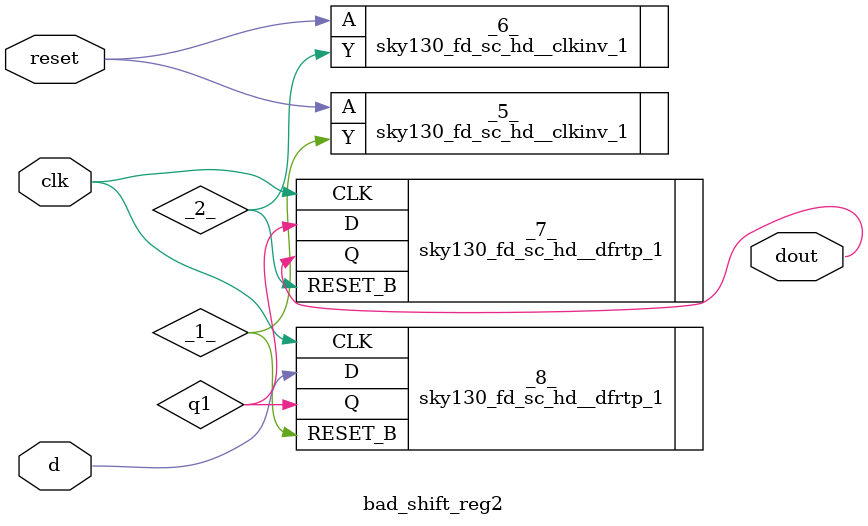
<source format=v>
/* Generated by Yosys 0.7 (git sha1 61f6811, gcc 6.2.0-11ubuntu1 -O2 -fdebug-prefix-map=/build/yosys-OIL3SR/yosys-0.7=. -fstack-protector-strong -fPIC -Os) */

module bad_shift_reg2(clk, reset, d, dout);
  wire _0_;
  wire _1_;
  wire _2_;
  wire _3_;
  wire _4_;
  input clk;
  input d;
  output dout;
  wire q1;
  input reset;
  sky130_fd_sc_hd__clkinv_1 _5_ (
    .A(_0_),
    .Y(_1_)
  );
  sky130_fd_sc_hd__clkinv_1 _6_ (
    .A(_0_),
    .Y(_2_)
  );
  sky130_fd_sc_hd__dfrtp_1 _7_ (
    .CLK(clk),
    .D(q1),
    .Q(dout),
    .RESET_B(_3_)
  );
  sky130_fd_sc_hd__dfrtp_1 _8_ (
    .CLK(clk),
    .D(d),
    .Q(q1),
    .RESET_B(_4_)
  );
  assign _0_ = reset;
  assign _4_ = _1_;
  assign _3_ = _2_;
endmodule

</source>
